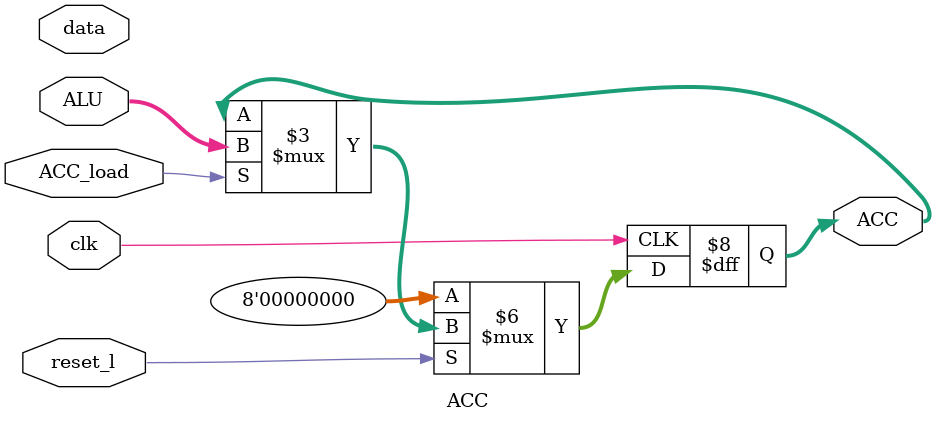
<source format=v>
module ACC (
	clk,
	reset_l,
	data,
	ALU,
	ACC_load,
	ACC
);

input clk;
input reset_l;
input [7:0] data;
input [7:0] ALU;
input ACC_load;

wire [7:0] data;
wire [7:0] ALU;

output [7:0] ACC;

reg [7:0] ACC;

always @(posedge clk) begin : ACC_reg
	if (~reset_l) begin
		ACC <= 0;
	end else if (ACC_load) begin
		ACC <= ALU;
	end
end

endmodule

</source>
